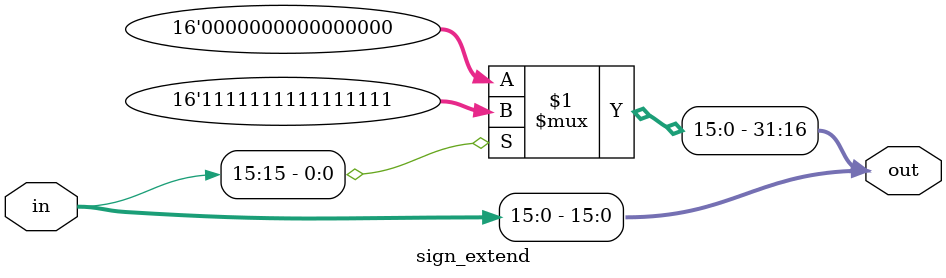
<source format=v>
`timescale 1ns/1ps

`default_nettype none


module sign_extend(
	input wire [15:0] in,
	output wire [31:0] out
	);
	
	assign out[15:0] = in;
	assign out[31:16] = in[15] ? 16'b1111111111111111 : 16'b0000000000000000;
	
endmodule



`default_nettype wire

</source>
